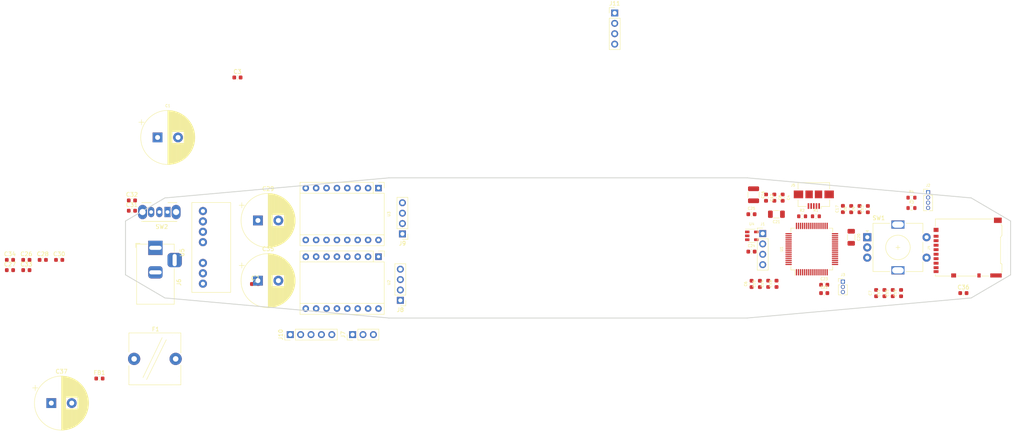
<source format=kicad_pcb>
(kicad_pcb (version 20210722) (generator pcbnew)
  (layers (0 "F.Cu" signal) (31 "B.Cu" signal) (34 "B.Paste" user) (35 "F.Paste" user) (36 "B.SilkS" user "B.Silkscreen") (37 "F.SilkS" user "F.Silkscreen") (38 "B.Mask" user) (39 "F.Mask" user) (44 "Edge.Cuts" user))
  (net 0 "")
  (net 23 "Net-(C2-Pad1)")
  (net 24 "Net-(C20-Pad1)")
  (net 25 "Net-(C21-Pad1)")
  (net 26 "Net-(C26-Pad1)")
  (net 27 "+24V")
  (net 28 "Net-(C30-Pad1)")
  (net 29 "Net-(C32-Pad1)")
  (net 30 "Net-(J1-Pad1)")
  (net 31 "Net-(J1-Pad2)")
  (net 32 "Net-(J3-Pad1)")
  (net 34 "Net-(J3-Pad2)")
  (net 35 "Net-(J4-Pad2)")
  (net 36 "Net-(J4-Pad5)")
  (net 37 "Net-(J4-Pad7)")
  (net 38 "Net-(J4-Pad8)")
  (net 39 "Net-(R1-Pad1)")
  (net 40 "Net-(R2-Pad1)")
  (net 41 "Net-(R3-Pad1)")
  (net 42 "Net-(R4-Pad1)")
  (net 43 "Net-(J8-Pad4)")
  (net 44 "Net-(J8-Pad3)")
  (net 45 "Net-(J8-Pad2)")
  (net 46 "Net-(J8-Pad1)")
  (net 47 "/Motors/mosiMotor")
  (net 49 "/Motors/nssMotor2")
  (net 50 "/Motors/misoMotor")
  (net 51 "VDD")
  (net 52 "GND")
  (net 53 "Net-(J9-Pad4)")
  (net 54 "+5V")
  (net 55 "Net-(J2-Pad2)")
  (net 56 "Net-(J2-Pad4)")
  (net 66 "Net-(J5-Pad3)")
  (net 67 "Net-(J5-Pad2)")
  (net 69 "Net-(J9-Pad3)")
  (net 70 "Net-(J9-Pad2)")
  (net 71 "Net-(J9-Pad1)")
  (net 76 "/Motors/nssMotor1")
  (net 77 "/sckMotor")
  (net 78 "/dir2")
  (net 79 "/step2")
  (net 80 "/enable2")
  (net 81 "/enable1")
  (net 82 "/step1")
  (net 83 "/dir1")
  (net 84 "Net-(U1-Pad24)")
  (net 85 "Net-(U1-Pad25)")
  (net 86 "/switchEnter")
  (net 88 "/servo")
  (net 93 "Net-(C37-Pad1)")
  (net 94 "Net-(FB1-Pad1)")
  (net 95 "Net-(J6-Pad1)")
  (net 96 "/limitL")
  (net 97 "/limitR")
  (net 98 "/limitT")
  (net 99 "/limitB")
  (footprint "Capacitor_SMD:C_0603_1608Metric" (layer "F.Cu") (at 54.766 90.098)
    (fp_text reference "C32" (at 0 -1.43) (layer "F.SilkS"))
    (fp_text value "100nF")
    (pad "1" smd roundrect locked (at -0.775 0) (size 0.9 0.95) (layers "F.Cu" "F.Paste" "F.Mask") (net 29 "Net-(C32-Pad1)"))
    (pad "2" smd roundrect locked (at 0.775 0) (size 0.9 0.95) (layers "F.Cu" "F.Paste" "F.Mask") (net 27 "+24V"))
  )
  (footprint "Capacitor_THT:CP_Radial_D13.0mm_P5.00mm" (layer "F.Cu") (at 85.568785 94.996)
    (fp_text reference "C29" (at 2.5 -7.75) (layer "F.SilkS"))
    (fp_text value "CP")
    (pad "1" thru_hole rect locked (at 0 0) (size 2.4 2.4) (drill 1.2) (layers *.Cu *.Mask) (net 26 "Net-(C26-Pad1)"))
    (pad "2" thru_hole circle locked (at 5 0) (size 2.4 2.4) (drill 1.2) (layers *.Cu *.Mask) (net 27 "+24V"))
  )
  (footprint "Capacitor_SMD:C_0603_1608Metric" (layer "F.Cu") (at 212.37 110.503 90)
    (fp_text reference "C18" (at 0 -1.43 90) (layer "F.SilkS") (effects (font (size 0.635 0.635) (thickness 0.1016))))
    (fp_text value "100nF")
    (pad "1" smd roundrect locked (at -0.775 0 90) (size 0.9 0.95) (layers "F.Cu" "F.Paste" "F.Mask") (net 51 "VDD"))
    (pad "2" smd roundrect locked (at 0.775 0 90) (size 0.9 0.95) (layers "F.Cu" "F.Paste" "F.Mask") (net 52 "GND"))
  )
  (footprint "Resistor_SMD:R_0603_1608Metric" (layer "F.Cu") (at 245.364 91.948)
    (fp_text reference "R3" (at 0 -1.43) (layer "F.SilkS") (effects (font (size 0.635 0.635) (thickness 0.1016))))
    (fp_text value "22R")
    (pad "1" smd roundrect locked (at -0.825 0) (size 0.8 0.95) (layers "F.Cu" "F.Paste" "F.Mask") (net 41 "Net-(R3-Pad1)"))
    (pad "2" smd roundrect locked (at 0.825 0) (size 0.8 0.95) (layers "F.Cu" "F.Paste" "F.Mask") (net 56 "Net-(J2-Pad4)"))
  )
  (footprint "Connector_PinHeader_1.27mm:PinHeader_1x03_P1.27mm_Vertical" (layer "F.Cu") (at 228.6 109.977)
    (fp_text reference "J3" (at 0 -1.695) (layer "F.SilkS") (effects (font (size 0.635 0.635) (thickness 0.1016))))
    (fp_text value "Console")
    (pad "1" thru_hole rect locked (at 0 0) (size 1 1) (drill 0.65) (layers *.Cu *.Mask) (net 32 "Net-(J3-Pad1)"))
    (pad "2" thru_hole oval locked (at 0 1.27) (size 1 1) (drill 0.65) (layers *.Cu *.Mask) (net 34 "Net-(J3-Pad2)"))
    (pad "3" thru_hole oval locked (at 0 2.54) (size 1 1) (drill 0.65) (layers *.Cu *.Mask) (net 52 "GND"))
  )
  (footprint "Capacitor_SMD:C_0603_1608Metric" (layer "F.Cu") (at 234.696 92.215 90)
    (fp_text reference "C13" (at 0 -1.43 90) (layer "F.SilkS") (effects (font (size 0.635 0.635) (thickness 0.1016))))
    (fp_text value "100nF")
    (pad "1" smd roundrect locked (at -0.775 0 90) (size 0.9 0.95) (layers "F.Cu" "F.Paste" "F.Mask") (net 51 "VDD"))
    (pad "2" smd roundrect locked (at 0.775 0 90) (size 0.9 0.95) (layers "F.Cu" "F.Paste" "F.Mask") (net 52 "GND"))
  )
  (footprint "Inductor_SMD:L_0603_1608Metric" (layer "F.Cu") (at 46.822431 133.68)
    (fp_text reference "FB1" (at 0 -1.43) (layer "F.SilkS"))
    (fp_text value "Ferrite_Bead")
    (pad "1" smd roundrect locked (at -0.7875 0) (size 0.875 0.95) (layers "F.Cu" "F.Paste" "F.Mask") (net 94 "Net-(FB1-Pad1)"))
    (pad "2" smd roundrect locked (at 0.7875 0) (size 0.875 0.95) (layers "F.Cu" "F.Paste" "F.Mask") (net 54 "+5V"))
  )
  (footprint "Capacitor_SMD:C_0603_1608Metric" (layer "F.Cu") (at 213.868 89.408 -90)
    (fp_text reference "C4" (at 0 -1.43 90) (layer "F.SilkS") (effects (font (size 0.635 0.635) (thickness 0.1016))))
    (fp_text value "100nF")
    (pad "1" smd roundrect locked (at -0.775 0 270) (size 0.9 0.95) (layers "F.Cu" "F.Paste" "F.Mask") (net 51 "VDD"))
    (pad "2" smd roundrect locked (at 0.775 0 270) (size 0.9 0.95) (layers "F.Cu" "F.Paste" "F.Mask") (net 52 "GND"))
  )
  (footprint "Button_Switch_THT:SW_CuK_OS102011MA1QN1_SPDT_Angled" (layer "F.Cu") (at 63.468 92.932 180)
    (fp_text reference "SW2" (at 1.4 -3.6) (layer "F.SilkS"))
    (fp_text value "SW_SPDT")
    (pad "" thru_hole oval locked (at 6.1 0 180) (size 2.2 3.5) (drill 1.5) (layers *.Cu *.Mask))
    (pad "" thru_hole oval locked (at -2.1 0 180) (size 2.2 3.5) (drill 1.5) (layers *.Cu *.Mask))
    (pad "1" thru_hole rect locked (at 0 0 180) (size 1.5 2.5) (drill 0.9) (layers *.Cu *.Mask) (net 27 "+24V"))
    (pad "2" thru_hole oval locked (at 2 0 180) (size 1.5 2.5) (drill 0.9) (layers *.Cu *.Mask) (net 95 "Net-(J6-Pad1)"))
    (pad "3" thru_hole oval locked (at 4 0 180) (size 1.5 2.5) (drill 0.9) (layers *.Cu *.Mask))
  )
  (footprint "Resistor_SMD:R_0603_1608Metric" (layer "F.Cu") (at 221.996 93.98)
    (fp_text reference "R1" (at 0 -1.43) (layer "F.SilkS") (effects (font (size 0.635 0.635) (thickness 0.1016))))
    (fp_text value "22R")
    (pad "1" smd roundrect locked (at -0.825 0) (size 0.8 0.95) (layers "F.Cu" "F.Paste" "F.Mask") (net 39 "Net-(R1-Pad1)"))
    (pad "2" smd roundrect locked (at 0.825 0) (size 0.8 0.95) (layers "F.Cu" "F.Paste" "F.Mask") (net 67 "Net-(J5-Pad2)"))
  )
  (footprint "Capacitor_SMD:C_0603_1608Metric" (layer "F.Cu") (at 242.824 112.776 90)
    (fp_text reference "C19" (at 0 -1.43 90) (layer "F.SilkS") (effects (font (size 0.635 0.635) (thickness 0.1016))))
    (fp_text value "100nF")
    (pad "1" smd roundrect locked (at -0.775 0 90) (size 0.9 0.95) (layers "F.Cu" "F.Paste" "F.Mask") (net 51 "VDD"))
    (pad "2" smd roundrect locked (at 0.775 0 90) (size 0.9 0.95) (layers "F.Cu" "F.Paste" "F.Mask") (net 52 "GND"))
  )
  (footprint "Capacitor_SMD:C_0603_1608Metric" (layer "F.Cu") (at 224.028 110.744)
    (fp_text reference "C23" (at 0 -1.43) (layer "F.SilkS") (effects (font (size 0.635 0.635) (thickness 0.1016))))
    (fp_text value "1µF")
    (pad "1" smd roundrect locked (at -0.775 0) (size 0.9 0.95) (layers "F.Cu" "F.Paste" "F.Mask") (net 51 "VDD"))
    (pad "2" smd roundrect locked (at 0.775 0) (size 0.9 0.95) (layers "F.Cu" "F.Paste" "F.Mask") (net 52 "GND"))
  )
  (footprint "Capacitor_SMD:C_0603_1608Metric" (layer "F.Cu") (at 206.248 93.472)
    (fp_text reference "C25" (at 0 -1.43) (layer "F.SilkS") (effects (font (size 0.635 0.635) (thickness 0.1016))))
    (fp_text value "1µF")
    (pad "1" smd roundrect locked (at -0.775 0) (size 0.9 0.95) (layers "F.Cu" "F.Paste" "F.Mask") (net 51 "VDD"))
    (pad "2" smd roundrect locked (at 0.775 0) (size 0.9 0.95) (layers "F.Cu" "F.Paste" "F.Mask") (net 52 "GND"))
  )
  (footprint "Capacitor_THT:CP_Radial_D13.0mm_P5.00mm" (layer "F.Cu") (at 35.052 139.7)
    (fp_text reference "C37" (at 2.5 -7.75) (layer "F.SilkS"))
    (fp_text value "330µF, 50V")
    (pad "1" thru_hole rect locked (at 0 0) (size 2.4 2.4) (drill 1.2) (layers *.Cu *.Mask) (net 93 "Net-(C37-Pad1)"))
    (pad "2" thru_hole circle locked (at 5 0) (size 2.4 2.4) (drill 1.2) (layers *.Cu *.Mask) (net 52 "GND"))
  )
  (footprint "Rotary_Encoder:RotaryEncoder_Alps_EC11E-Switch_Vertical_H20mm" (layer "F.Cu") (at 234.558 99.1)
    (fp_text reference "SW1" (at 2.8 -4.7) (layer "F.SilkS"))
    (fp_text value "Rotary_Encoder_Switch")
    (pad "A" thru_hole rect locked (at 0 0) (size 2 2) (drill 1) (layers *.Cu *.Mask) (net 84 "Net-(U1-Pad24)"))
    (pad "B" thru_hole circle locked (at 0 5) (size 2 2) (drill 1) (layers *.Cu *.Mask) (net 85 "Net-(U1-Pad25)"))
    (pad "C" thru_hole circle locked (at 0 2.5) (size 2 2) (drill 1) (layers *.Cu *.Mask))
    (pad "MP" thru_hole rect locked (at 7.5 8.1) (size 3.2 2) (drill oval 2.8 1.5) (layers *.Cu *.Mask))
    (pad "MP" thru_hole rect locked (at 7.5 -3.1) (size 3.2 2) (drill oval 2.8 1.5) (layers *.Cu *.Mask))
    (pad "S1" thru_hole circle locked (at 14.5 5) (size 2 2) (drill 1) (layers *.Cu *.Mask) (net 86 "/switchEnter"))
    (pad "S2" thru_hole circle locked (at 14.5 0) (size 2 2) (drill 1) (layers *.Cu *.Mask) (net 52 "GND"))
  )
  (footprint "Capacitor_SMD:C_0603_1608Metric" (layer "F.Cu") (at 24.946 107.158)
    (fp_text reference "C27" (at 0 -1.43) (layer "F.SilkS"))
    (fp_text value "100nF")
    (pad "1" smd roundrect locked (at -0.775 0) (size 0.9 0.95) (layers "F.Cu" "F.Paste" "F.Mask") (net 26 "Net-(C26-Pad1)"))
    (pad "2" smd roundrect locked (at 0.775 0) (size 0.9 0.95) (layers "F.Cu" "F.Paste" "F.Mask") (net 27 "+24V"))
  )
  (footprint "Module:Pololu_Breakout-16_15.2x20.3mm" (layer "F.Cu") (at 115.05 87.07 -90)
    (fp_text reference "U3" (at 6.35 -2.54 90) (layer "F.SilkS") (effects (font (size 0.635 0.635) (thickness 0.1016))))
    (fp_text value "bigtreetech-tmc2130")
    (pad "1" thru_hole rect locked (at 0 0 270) (size 1.6 1.6) (drill 0.8) (layers *.Cu *.Mask) (net 52 "GND"))
    (pad "2" thru_hole oval locked (at 0 2.54 270) (size 1.6 1.6) (drill 0.8) (layers *.Cu *.Mask) (net 51 "VDD"))
    (pad "3" thru_hole oval locked (at 0 5.08 270) (size 1.6 1.6) (drill 0.8) (layers *.Cu *.Mask) (net 53 "Net-(J9-Pad4)"))
    (pad "4" thru_hole oval locked (at 0 7.62 270) (size 1.6 1.6) (drill 0.8) (layers *.Cu *.Mask) (net 69 "Net-(J9-Pad3)"))
    (pad "5" thru_hole oval locked (at 0 10.16 270) (size 1.6 1.6) (drill 0.8) (layers *.Cu *.Mask) (net 70 "Net-(J9-Pad2)"))
    (pad "6" thru_hole oval locked (at 0 12.7 270) (size 1.6 1.6) (drill 0.8) (layers *.Cu *.Mask) (net 71 "Net-(J9-Pad1)"))
    (pad "7" thru_hole oval locked (at 0 15.24 270) (size 1.6 1.6) (drill 0.8) (layers *.Cu *.Mask) (net 52 "GND"))
    (pad "8" thru_hole oval locked (at 0 17.78 270) (size 1.6 1.6) (drill 0.8) (layers *.Cu *.Mask) (net 27 "+24V"))
    (pad "9" thru_hole oval locked (at 12.7 17.78 270) (size 1.6 1.6) (drill 0.8) (layers *.Cu *.Mask) (net 81 "/enable1"))
    (pad "10" thru_hole oval locked (at 12.7 15.24 270) (size 1.6 1.6) (drill 0.8) (layers *.Cu *.Mask) (net 47 "/Motors/mosiMotor"))
    (pad "11" thru_hole oval locked (at 12.7 12.7 270) (size 1.6 1.6) (drill 0.8) (layers *.Cu *.Mask) (net 77 "/sckMotor"))
    (pad "12" thru_hole oval locked (at 12.7 10.16 270) (size 1.6 1.6) (drill 0.8) (layers *.Cu *.Mask) (net 76 "/Motors/nssMotor1"))
    (pad "13" thru_hole oval locked (at 12.7 7.62 270) (size 1.6 1.6) (drill 0.8) (layers *.Cu *.Mask) (net 50 "/Motors/misoMotor"))
    (pad "14" thru_hole oval locked (at 12.7 5.08 270) (size 1.6 1.6) (drill 0.8) (layers *.Cu *.Mask))
    (pad "15" thru_hole oval locked (at 12.7 2.54 270) (size 1.6 1.6) (drill 0.8) (layers *.Cu *.Mask) (net 82 "/step1"))
    (pad "16" thru_hole oval locked (at 12.7 0 270) (size 1.6 1.6) (drill 0.8) (layers *.Cu *.Mask) (net 83 "/dir1"))
  )
  (footprint "Capacitor_SMD:C_0603_1608Metric" (layer "F.Cu") (at 80.566323 60)
    (fp_text reference "C3" (at 0 -1.43) (layer "F.SilkS"))
    (fp_text value "100nF")
    (pad "1" smd roundrect locked (at -0.775 0) (size 0.9 0.95) (layers "F.Cu" "F.Paste" "F.Mask") (net 23 "Net-(C2-Pad1)"))
    (pad "2" smd roundrect locked (at 0.775 0) (size 0.9 0.95) (layers "F.Cu" "F.Paste" "F.Mask") (net 51 "VDD"))
  )
  (footprint "Package_TO_SOT_SMD:SOT-23-5" (layer "F.Cu") (at 206.316 98.754)
    (fp_text reference "U4" (at 0 -2.9) (layer "F.SilkS") (effects (font (size 0.635 0.635) (thickness 0.1016))))
    (fp_text value "MIC5504-3.3YM5")
    (pad "1" smd rect locked (at -1.1 -0.95) (size 1.06 0.65) (layers "F.Cu" "F.Paste" "F.Mask") (net 54 "+5V"))
    (pad "2" smd rect locked (at -1.1 0) (size 1.06 0.65) (layers "F.Cu" "F.Paste" "F.Mask") (net 52 "GND"))
    (pad "3" smd rect locked (at -1.1 0.95) (size 1.06 0.65) (layers "F.Cu" "F.Paste" "F.Mask") (net 54 "+5V"))
    (pad "4" smd rect locked (at 1.1 0.95) (size 1.06 0.65) (layers "F.Cu" "F.Paste" "F.Mask"))
    (pad "5" smd rect locked (at 1.1 -0.95) (size 1.06 0.65) (layers "F.Cu" "F.Paste" "F.Mask") (net 51 "VDD"))
  )
  (footprint "Capacitor_SMD:C_0603_1608Metric" (layer "F.Cu") (at 24.946 104.648)
    (fp_text reference "C34" (at 0 -1.43) (layer "F.SilkS"))
    (fp_text value "100nF")
    (pad "1" smd roundrect locked (at -0.775 0) (size 0.9 0.95) (layers "F.Cu" "F.Paste" "F.Mask") (net 29 "Net-(C32-Pad1)"))
    (pad "2" smd roundrect locked (at 0.775 0) (size 0.9 0.95) (layers "F.Cu" "F.Paste" "F.Mask") (net 27 "+24V"))
  )
  (footprint "iwasz:MPRB2405S-6W" (layer "F.Cu") (at 72.128 102.85 90)
    (fp_text reference "U5" (at 0 -5.08 90 unlocked) (layer "F.SilkS"))
    (fp_text value "MPRB2405S-6W")
    (pad "1" thru_hole circle (at -7.62 0 90) (size 2 2) (drill 1) (layers *.Cu *.Mask) (net 52 "GND"))
    (pad "2" thru_hole circle (at -5.08 0 90) (size 2 2) (drill 1) (layers *.Cu *.Mask) (net 93 "Net-(C37-Pad1)"))
    (pad "3" thru_hole circle (at -2.54 0 90) (size 2 2) (drill 1) (layers *.Cu *.Mask))
    (pad "5" thru_hole circle (at 2.54 0 90) (size 2 2) (drill 1) (layers *.Cu *.Mask))
    (pad "6" thru_hole circle (at 5.08 0 90) (size 2 2) (drill 1) (layers *.Cu *.Mask) (net 94 "Net-(FB1-Pad1)"))
    (pad "7" thru_hole circle (at 7.62 0 90) (size 2 2) (drill 1) (layers *.Cu *.Mask) (net 52 "GND"))
    (pad "8" thru_hole circle (at 10.16 0 90) (size 2 2) (drill 1) (layers *.Cu *.Mask))
  )
  (footprint "Capacitor_SMD:C_0603_1608Metric" (layer "F.Cu") (at 32.966 104.648)
    (fp_text reference "C28" (at 0 -1.43) (layer "F.SilkS"))
    (fp_text value "100nF")
    (pad "1" smd roundrect locked (at -0.775 0) (size 0.9 0.95) (layers "F.Cu" "F.Paste" "F.Mask") (net 26 "Net-(C26-Pad1)"))
    (pad "2" smd roundrect locked (at 0.775 0) (size 0.9 0.95) (layers "F.Cu" "F.Paste" "F.Mask") (net 27 "+24V"))
  )
  (footprint "Capacitor_SMD:C_0603_1608Metric" (layer "F.Cu") (at 84.868785 110.55)
    (fp_text reference "C2" (at 0 -1.43) (layer "F.SilkS"))
    (fp_text value "100nF")
    (pad "1" smd roundrect locked (at -0.775 0) (size 0.9 0.95) (layers "F.Cu" "F.Paste" "F.Mask") (net 23 "Net-(C2-Pad1)"))
    (pad "2" smd roundrect locked (at 0.775 0) (size 0.9 0.95) (layers "F.Cu" "F.Paste" "F.Mask") (net 51 "VDD"))
  )
  (footprint "Connector_PinHeader_1.27mm:PinHeader_1x04_P1.27mm_Vertical" (layer "F.Cu") (at 249.428 88.1)
    (fp_text reference "J2" (at 0 -1.695) (layer "F.SilkS") (effects (font (size 0.635 0.635) (thickness 0.1016))))
    (fp_text value "SWD")
    (pad "1" thru_hole rect locked (at 0 0) (size 1 1) (drill 0.65) (layers *.Cu *.Mask) (net 51 "VDD"))
    (pad "2" thru_hole oval locked (at 0 1.27) (size 1 1) (drill 0.65) (layers *.Cu *.Mask) (net 55 "Net-(J2-Pad2)"))
    (pad "3" thru_hole oval locked (at 0 2.54) (size 1 1) (drill 0.65) (layers *.Cu *.Mask) (net 52 "GND"))
    (pad "4" thru_hole oval locked (at 0 3.81) (size 1 1) (drill 0.65) (layers *.Cu *.Mask) (net 56 "Net-(J2-Pad4)"))
  )
  (footprint "Connector_USB:USB_Micro-B_Amphenol_10104110_Horizontal" (layer "F.Cu") (at 221.488 89.916 180)
    (fp_text reference "J5" (at 5.08 3.556) (layer "F.SilkS") (effects (font (size 0.635 0.635) (thickness 0.1016))))
    (fp_text value "USB_B_Micro")
    (pad "1" smd rect locked (at -1.3 -1.55 180) (size 0.4 1.4) (layers "F.Cu" "F.Paste" "F.Mask"))
    (pad "2" smd rect locked (at -0.65 -1.55 180) (size 0.4 1.4) (layers "F.Cu" "F.Paste" "F.Mask") (net 67 "Net-(J5-Pad2)"))
    (pad "3" smd rect locked (at 0 -1.55 180) (size 0.4 1.4) (layers "F.Cu" "F.Paste" "F.Mask") (net 66 "Net-(J5-Pad3)"))
    (pad "4" smd rect locked (at 0.65 -1.55 180) (size 0.4 1.4) (layers "F.Cu" "F.Paste" "F.Mask"))
    (pad "5" smd rect locked (at 1.3 -1.55 180) (size 0.4 1.4) (layers "F.Cu" "F.Paste" "F.Mask") (net 52 "GND"))
    (pad "6" smd rect locked (at 3.75 1.3 180) (size 2.3 1.9) (layers "F.Cu" "F.Paste" "F.Mask"))
    (pad "6" smd rect locked (at -3.75 1.3 180) (size 2.3 1.9) (layers "F.Cu" "F.Paste" "F.Mask"))
    (pad "6" smd rect locked (at -1.15 1.3 180) (size 1.8 1.9) (layers "F.Cu" "F.Paste" "F.Mask"))
    (pad "6" smd rect locked (at 1.15 1.3 180) (size 1.8 1.9) (layers "F.Cu" "F.Paste" "F.Mask"))
  )
  (footprint "Resistor_SMD:R_0603_1608Metric" (layer "F.Cu") (at 218.631 93.98)
    (fp_text reference "R2" (at 0 -1.43) (layer "F.SilkS") (effects (font (size 0.635 0.635) (thickness 0.1016))))
    (fp_text value "22R")
    (pad "1" smd roundrect locked (at -0.825 0) (size 0.8 0.95) (layers "F.Cu" "F.Paste" "F.Mask") (net 40 "Net-(R2-Pad1)"))
    (pad "2" smd roundrect locked (at 0.825 0) (size 0.8 0.95) (layers "F.Cu" "F.Paste" "F.Mask") (net 66 "Net-(J5-Pad3)"))
  )
  (footprint "Capacitor_SMD:C_0603_1608Metric" (layer "F.Cu") (at 208.306 110.529 90)
    (fp_text reference "C10" (at 0 -1.43 90) (layer "F.SilkS") (effects (font (size 0.635 0.635) (thickness 0.1016))))
    (fp_text value "100nF")
    (pad "1" smd roundrect locked (at -0.775 0 90) (size 0.9 0.95) (layers "F.Cu" "F.Paste" "F.Mask") (net 51 "VDD"))
    (pad "2" smd roundrect locked (at 0.775 0 90) (size 0.9 0.95) (layers "F.Cu" "F.Paste" "F.Mask") (net 52 "GND"))
  )
  (footprint "Connector_PinHeader_2.54mm:PinHeader_1x04_P2.54mm_Vertical" (layer "F.Cu") (at 209 98.2)
    (fp_text reference "J1" (at 0 -2.33) (layer "F.SilkS") (effects (font (size 0.635 0.635) (thickness 0.1016))))
    (fp_text value "SH 1106 Display")
    (pad "1" thru_hole rect locked (at 0 0) (size 1.7 1.7) (drill 1) (layers *.Cu *.Mask) (net 30 "Net-(J1-Pad1)"))
    (pad "2" thru_hole oval locked (at 0 2.54) (size 1.7 1.7) (drill 1) (layers *.Cu *.Mask) (net 31 "Net-(J1-Pad2)"))
    (pad "3" thru_hole oval locked (at 0 5.08) (size 1.7 1.7) (drill 1) (layers *.Cu *.Mask) (net 52 "GND"))
    (pad "4" thru_hole oval locked (at 0 7.62) (size 1.7 1.7) (drill 1) (layers *.Cu *.Mask) (net 51 "VDD"))
  )
  (footprint "Capacitor_THT:CP_Radial_D13.0mm_P5.00mm" (layer "F.Cu") (at 61.04 74.676)
    (fp_text reference "C1" (at 2.5 -7.75) (layer "F.SilkS") (effects (font (size 0.635 0.635) (thickness 0.1016))))
    (fp_text value "CP")
    (pad "1" thru_hole rect locked (at 0 0) (size 2.4 2.4) (drill 1.2) (layers *.Cu *.Mask) (net 54 "+5V"))
    (pad "2" thru_hole circle locked (at 5 0) (size 2.4 2.4) (drill 1.2) (layers *.Cu *.Mask) (net 52 "GND"))
  )
  (footprint "Capacitor_SMD:C_0603_1608Metric" (layer "F.Cu") (at 28.956 107.158)
    (fp_text reference "C33" (at 0 -1.43) (layer "F.SilkS"))
    (fp_text value "100nF")
    (pad "1" smd roundrect locked (at -0.775 0) (size 0.9 0.95) (layers "F.Cu" "F.Paste" "F.Mask") (net 29 "Net-(C32-Pad1)"))
    (pad "2" smd roundrect locked (at 0.775 0) (size 0.9 0.95) (layers "F.Cu" "F.Paste" "F.Mask") (net 27 "+24V"))
  )
  (footprint "Module:Pololu_Breakout-16_15.2x20.3mm" (layer "F.Cu") (at 115.05 103.86 -90)
    (fp_text reference "U2" (at 6.35 -2.54 90) (layer "F.SilkS") (effects (font (size 0.635 0.635) (thickness 0.1016))))
    (fp_text value "bigtreetech-tmc2130")
    (pad "1" thru_hole rect locked (at 0 0 270) (size 1.6 1.6) (drill 0.8) (layers *.Cu *.Mask) (net 52 "GND"))
    (pad "2" thru_hole oval locked (at 0 2.54 270) (size 1.6 1.6) (drill 0.8) (layers *.Cu *.Mask) (net 51 "VDD"))
    (pad "3" thru_hole oval locked (at 0 5.08 270) (size 1.6 1.6) (drill 0.8) (layers *.Cu *.Mask) (net 43 "Net-(J8-Pad4)"))
    (pad "4" thru_hole oval locked (at 0 7.62 270) (size 1.6 1.6) (drill 0.8) (layers *.Cu *.Mask) (net 44 "Net-(J8-Pad3)"))
    (pad "5" thru_hole oval locked (at 0 10.16 270) (size 1.6 1.6) (drill 0.8) (layers *.Cu *.Mask) (net 45 "Net-(J8-Pad2)"))
    (pad "6" thru_hole oval locked (at 0 12.7 270) (size 1.6 1.6) (drill 0.8) (layers *.Cu *.Mask) (net 46 "Net-(J8-Pad1)"))
    (pad "7" thru_hole oval locked (at 0 15.24 270) (size 1.6 1.6) (drill 0.8) (layers *.Cu *.Mask) (net 52 "GND"))
    (pad "8" thru_hole oval locked (at 0 17.78 270) (size 1.6 1.6) (drill 0.8) (layers *.Cu *.Mask) (net 27 "+24V"))
    (pad "9" thru_hole oval locked (at 12.7 17.78 270) (size 1.6 1.6) (drill 0.8) (layers *.Cu *.Mask) (net 80 "/enable2"))
    (pad "10" thru_hole oval locked (at 12.7 15.24 270) (size 1.6 1.6) (drill 0.8) (layers *.Cu *.Mask) (net 47 "/Motors/mosiMotor"))
    (pad "11" thru_hole oval locked (at 12.7 12.7 270) (size 1.6 1.6) (drill 0.8) (layers *.Cu *.Mask) (net 77 "/sckMotor"))
    (pad "12" thru_hole oval locked (at 12.7 10.16 270) (size 1.6 1.6) (drill 0.8) (layers *.Cu *.Mask) (net 49 "/Motors/nssMotor2"))
    (pad "13" thru_hole oval locked (at 12.7 7.62 270) (size 1.6 1.6) (drill 0.8) (layers *.Cu *.Mask) (net 50 "/Motors/misoMotor"))
    (pad "14" thru_hole oval locked (at 12.7 5.08 270) (size 1.6 1.6) (drill 0.8) (layers *.Cu *.Mask))
    (pad "15" thru_hole oval locked (at 12.7 2.54 270) (size 1.6 1.6) (drill 0.8) (layers *.Cu *.Mask) (net 79 "/step2"))
    (pad "16" thru_hole oval locked (at 12.7 0 270) (size 1.6 1.6) (drill 0.8) (layers *.Cu *.Mask) (net 78 "/dir2"))
  )
  (footprint "Capacitor_SMD:C_0603_1608Metric" (layer "F.Cu") (at 28.956 104.648)
    (fp_text reference "C26" (at 0 -1.43) (layer "F.SilkS"))
    (fp_text value "100nF")
    (pad "1" smd roundrect locked (at -0.775 0) (size 0.9 0.95) (layers "F.Cu" "F.Paste" "F.Mask") (net 26 "Net-(C26-Pad1)"))
    (pad "2" smd roundrect locked (at 0.775 0) (size 0.9 0.95) (layers "F.Cu" "F.Paste" "F.Mask") (net 27 "+24V"))
  )
  (footprint "Capacitor_SMD:C_0603_1608Metric" (layer "F.Cu") (at 211.836 89.408 -90)
    (fp_text reference "C8" (at 0 -1.43 90) (layer "F.SilkS") (effects (font (size 0.635 0.635) (thickness 0.1016))))
    (fp_text value "100nF")
    (pad "1" smd roundrect locked (at -0.775 0 270) (size 0.9 0.95) (layers "F.Cu" "F.Paste" "F.Mask") (net 51 "VDD"))
    (pad "2" smd roundrect locked (at 0.775 0 270) (size 0.9 0.95) (layers "F.Cu" "F.Paste" "F.Mask") (net 52 "GND"))
  )
  (footprint "Capacitor_SMD:C_0603_1608Metric" (layer "F.Cu") (at 210.338 110.503 90)
    (fp_text reference "C14" (at 0 -1.43 90) (layer "F.SilkS") (effects (font (size 0.635 0.635) (thickness 0.1016))))
    (fp_text value "100nF")
    (pad "1" smd roundrect locked (at -0.775 0 90) (size 0.9 0.95) (layers "F.Cu" "F.Paste" "F.Mask") (net 51 "VDD"))
    (pad "2" smd roundrect locked (at 0.775 0 90) (size 0.9 0.95) (layers "F.Cu" "F.Paste" "F.Mask") (net 52 "GND"))
  )
  (footprint "Capacitor_SMD:C_0603_1608Metric" (layer "F.Cu") (at 240.792 112.776 90)
    (fp_text reference "C15" (at 0 -1.43 90) (layer "F.SilkS") (effects (font (size 0.635 0.635) (thickness 0.1016))))
    (fp_text value "100nF")
    (pad "1" smd roundrect locked (at -0.775 0 90) (size 0.9 0.95) (layers "F.Cu" "F.Paste" "F.Mask") (net 51 "VDD"))
    (pad "2" smd roundrect locked (at 0.775 0 90) (size 0.9 0.95) (layers "F.Cu" "F.Paste" "F.Mask") (net 52 "GND"))
  )
  (footprint "Capacitor_SMD:C_0603_1608Metric" (layer "F.Cu") (at 209.804 89.408 -90)
    (fp_text reference "C12" (at 0 -1.43 90) (layer "F.SilkS") (effects (font (size 0.635 0.635) (thickness 0.1016))))
    (fp_text value "100nF")
    (pad "1" smd roundrect locked (at -0.775 0 270) (size 0.9 0.95) (layers "F.Cu" "F.Paste" "F.Mask") (net 51 "VDD"))
    (pad "2" smd roundrect locked (at 0.775 0 270) (size 0.9 0.95) (layers "F.Cu" "F.Paste" "F.Mask") (net 52 "GND"))
  )
  (footprint "Fuse:Fuseholder_Cylinder-5x20mm_Bulgin_FX0456_Vertical_Closed" (layer "F.Cu") (at 55.302431 128.88)
    (fp_text reference "F1" (at 5.25 -7.25) (layer "F.SilkS"))
    (fp_text value "Fuse")
    (pad "" np_thru_hole circle locked (at 10.08 5) (size 2.2 2.2) (drill 2.2) (layers *.Cu *.Mask))
    (pad "" np_thru_hole circle locked (at 0.08 5) (size 2.2 2.2) (drill 2.2) (layers *.Cu *.Mask))
    (pad "" np_thru_hole circle locked (at 10.08 -5) (size 2.2 2.2) (drill 2.2) (layers *.Cu *.Mask))
    (pad "" np_thru_hole circle locked (at 0.08 -5) (size 2.2 2.2) (drill 2.2) (layers *.Cu *.Mask))
    (pad "1" thru_hole circle locked (at 0 0) (size 3 3) (drill 1.35) (layers *.Cu *.Mask) (net 27 "+24V"))
    (pad "2" thru_hole circle locked (at 10.16 0) (size 3 3) (drill 1.35) (layers *.Cu *.Mask) (net 93 "Net-(C37-Pad1)"))
  )
  (footprint "Connector_PinHeader_2.54mm:PinHeader_1x04_P2.54mm_Vertical" (layer "F.Cu") (at 120.904 98.288 180)
    (fp_text reference "J9" (at 0 -2.33) (layer "F.SilkS"))
    (fp_text value "Motor1")
    (pad "1" thru_hole rect locked (at 0 0 180) (size 1.7 1.7) (drill 1) (layers *.Cu *.Mask) (net 71 "Net-(J9-Pad1)"))
    (pad "2" thru_hole oval locked (at 0 2.54 180) (size 1.7 1.7) (drill 1) (layers *.Cu *.Mask) (net 70 "Net-(J9-Pad2)"))
    (pad "3" thru_hole oval locked (at 0 5.08 180) (size 1.7 1.7) (drill 1) (layers *.Cu *.Mask) (net 69 "Net-(J9-Pad3)"))
    (pad "4" thru_hole oval locked (at 0 7.62 180) (size 1.7 1.7) (drill 1) (layers *.Cu *.Mask) (net 53 "Net-(J9-Pad4)"))
  )
  (footprint "Capacitor_SMD:C_0603_1608Metric" (layer "F.Cu") (at 236.728 112.776 90)
    (fp_text reference "C7" (at 0 -1.43 90) (layer "F.SilkS") (effects (font (size 0.635 0.635) (thickness 0.1016))))
    (fp_text value "100nF")
    (pad "1" smd roundrect locked (at -0.775 0 90) (size 0.9 0.95) (layers "F.Cu" "F.Paste" "F.Mask") (net 51 "VDD"))
    (pad "2" smd roundrect locked (at 0.775 0 90) (size 0.9 0.95) (layers "F.Cu" "F.Paste" "F.Mask") (net 52 "GND"))
  )
  (footprint "Resistor_SMD:R_0603_1608Metric" (layer "F.Cu") (at 245.364 89.408)
    (fp_text reference "R4" (at 0 -1.43) (layer "F.SilkS") (effects (font (size 0.635 0.635) (thickness 0.1016))))
    (fp_text value "22R")
    (pad "1" smd roundrect locked (at -0.825 0) (size 0.8 0.95) (layers "F.Cu" "F.Paste" "F.Mask") (net 42 "Net-(R4-Pad1)"))
    (pad "2" smd roundrect locked (at 0.825 0) (size 0.8 0.95) (layers "F.Cu" "F.Paste" "F.Mask") (net 55 "Net-(J2-Pad2)"))
  )
  (footprint "Connector_PinHeader_2.54mm:PinHeader_1x04_P2.54mm_Vertical" (layer "F.Cu") (at 120.396 114.544 180)
    (fp_text reference "J8" (at 0 -2.33) (layer "F.SilkS"))
    (fp_text value "Motor2")
    (pad "1" thru_hole rect locked (at 0 0 180) (size 1.7 1.7) (drill 1) (layers *.Cu *.Mask) (net 46 "Net-(J8-Pad1)"))
    (pad "2" thru_hole oval locked (at 0 2.54 180) (size 1.7 1.7) (drill 1) (layers *.Cu *.Mask) (net 45 "Net-(J8-Pad2)"))
    (pad "3" thru_hole oval locked (at 0 5.08 180) (size 1.7 1.7) (drill 1) (layers *.Cu *.Mask) (net 44 "Net-(J8-Pad3)"))
    (pad "4" thru_hole oval locked (at 0 7.62 180) (size 1.7 1.7) (drill 1) (layers *.Cu *.Mask) (net 43 "Net-(J8-Pad4)"))
  )
  (footprint "Capacitor_SMD:C_1206_3216Metric" (layer "F.Cu") (at 212.344 93.472 180)
    (fp_text reference "C21" (at 0 -1.85) (layer "F.SilkS") (effects (font (size 0.635 0.635) (thickness 0.1016))))
    (fp_text value "2.2µF")
    (pad "1" smd roundrect locked (at -1.475 0 180) (size 1.15 1.8) (layers "F.Cu" "F.Paste" "F.Mask") (roundrect_rratio 0.217391) (net 25 "Net-(C21-Pad1)"))
    (pad "2" smd roundrect locked (at 1.475 0 180) (size 1.15 1.8) (layers "F.Cu" "F.Paste" "F.Mask") (roundrect_rratio 0.217391) (net 52 "GND"))
  )
  (footprint "Capacitor_SMD:C_0603_1608Metric" (layer "F.Cu") (at 228.6 92.189 90)
    (fp_text reference "C17" (at 0 -1.43 90) (layer "F.SilkS") (effects (font (size 0.635 0.635) (thickness 0.1016))))
    (fp_text value "100nF")
    (pad "1" smd roundrect locked (at -0.775 0 90) (size 0.9 0.95) (layers "F.Cu" "F.Paste" "F.Mask") (net 51 "VDD"))
    (pad "2" smd roundrect locked (at 0.775 0 90) (size 0.9 0.95) (layers "F.Cu" "F.Paste" "F.Mask") (net 52 "GND"))
  )
  (footprint "Capacitor_SMD:C_0603_1608Metric" (layer "F.Cu") (at 36.976 104.648)
    (fp_text reference "C30" (at 0 -1.43) (layer "F.SilkS"))
    (fp_text value "100nF")
    (pad "1" smd roundrect locked (at -0.775 0) (size 0.9 0.95) (layers "F.Cu" "F.Paste" "F.Mask") (net 28 "Net-(C30-Pad1)"))
    (pad "2" smd roundrect locked (at 0.775 0) (size 0.9 0.95) (layers "F.Cu" "F.Paste" "F.Mask") (net 51 "VDD"))
  )
  (footprint "Capacitor_SMD:C_0603_1608Metric" (layer "F.Cu") (at 238.76 112.776 90)
    (fp_text reference "C11" (at 0 -1.43 90) (layer "F.SilkS") (effects (font (size 0.635 0.635) (thickness 0.1016))))
    (fp_text value "100nF")
    (pad "1" smd roundrect locked (at -0.775 0 90) (size 0.9 0.95) (layers "F.Cu" "F.Paste" "F.Mask") (net 51 "VDD"))
    (pad "2" smd roundrect locked (at 0.775 0 90) (size 0.9 0.95) (layers "F.Cu" "F.Paste" "F.Mask") (net 52 "GND"))
  )
  (footprint "Connector_PinHeader_2.54mm:PinHeader_1x03_P2.54mm_Vertical" (layer "F.Cu") (at 108.727 122.936 90)
    (fp_text reference "J7" (at 0 -2.33 90) (layer "F.SilkS"))
    (fp_text value "Servo")
    (pad "1" thru_hole rect locked (at 0 0 90) (size 1.7 1.7) (drill 1) (layers *.Cu *.Mask) (net 52 "GND"))
    (pad "2" thru_hole oval locked (at 0 2.54 90) (size 1.7 1.7) (drill 1) (layers *.Cu *.Mask) (net 54 "+5V"))
    (pad "3" thru_hole oval locked (at 0 5.08 90) (size 1.7 1.7) (drill 1) (layers *.Cu *.Mask) (net 88 "/servo"))
  )
  (footprint "Capacitor_SMD:C_0603_1608Metric" (layer "F.Cu") (at 206.274 110.529 90)
    (fp_text reference "C6" (at 0 -1.43 90) (layer "F.SilkS") (effects (font (size 0.635 0.635) (thickness 0.1016))))
    (fp_text value "100nF")
    (pad "1" smd roundrect locked (at -0.775 0 90) (size 0.9 0.95) (layers "F.Cu" "F.Paste" "F.Mask") (net 51 "VDD"))
    (pad "2" smd roundrect locked (at 0.775 0 90) (size 0.9 0.95) (layers "F.Cu" "F.Paste" "F.Mask") (net 52 "GND"))
  )
  (footprint "Connector_BarrelJack:BarrelJack_Horizontal" (layer "F.Cu") (at 60.5105 101.696 90)
    (fp_text reference "J6" (at -8.45 5.75 90) (layer "F.SilkS"))
    (fp_text value "Barrel_Jack_Switch")
    (pad "1" thru_hole rect locked (at 0 0 90) (size 3.5 3.5) (drill oval 1 3) (layers *.Cu *.Mask) (net 95 "Net-(J6-Pad1)"))
    (pad "2" thru_hole roundrect locked (at -6 0 90) (size 3 3.5) (drill oval 1 3) (layers *.Cu *.Mask) (net 52 "GND"))
    (pad "3" thru_hole roundrect locked (at -3 4.7 90) (size 3.5 3.5) (drill oval 3 1) (layers *.Cu *.Mask))
  )
  (footprint "Capacitor_SMD:C_0603_1608Metric" (layer "F.Cu") (at 232.664 92.215 90)
    (fp_text reference "C9" (at 0 -1.43 90) (layer "F.SilkS") (effects (font (size 0.635 0.635) (thickness 0.1016))))
    (fp_text value "100nF")
    (pad "1" smd roundrect locked (at -0.775 0 90) (size 0.9 0.95) (layers "F.Cu" "F.Paste" "F.Mask") (net 51 "VDD"))
    (pad "2" smd roundrect locked (at 0.775 0 90) (size 0.9 0.95) (layers "F.Cu" "F.Paste" "F.Mask") (net 52 "GND"))
  )
  (footprint "Capacitor_SMD:C_0603_1608Metric" (layer "F.Cu") (at 258.064 112.776)
    (fp_text reference "C36" (at 0 -1.43) (layer "F.SilkS"))
    (fp_text value "100nF")
    (pad "1" smd roundrect locked (at -0.775 0) (size 0.9 0.95) (layers "F.Cu" "F.Paste" "F.Mask"))
    (pad "2" smd roundrect locked (at 0.775 0) (size 0.9 0.95) (layers "F.Cu" "F.Paste" "F.Mask"))
  )
  (footprint "Capacitor_THT:CP_Radial_D13.0mm_P5.00mm" (layer "F.Cu") (at 85.568785 109.728)
    (fp_text reference "C35" (at 2.5 -7.75) (layer "F.SilkS"))
    (fp_text value "CP")
    (pad "1" thru_hole rect locked (at 0 0) (size 2.4 2.4) (drill 1.2) (layers *.Cu *.Mask) (net 29 "Net-(C32-Pad1)"))
    (pad "2" thru_hole circle locked (at 5 0) (size 2.4 2.4) (drill 1.2) (layers *.Cu *.Mask) (net 27 "+24V"))
  )
  (footprint "Capacitor_SMD:C_0603_1608Metric" (layer "F.Cu") (at 54.766 92.608)
    (fp_text reference "C31" (at 0 -1.43) (layer "F.SilkS"))
    (fp_text value "100nF")
    (pad "1" smd roundrect locked (at -0.775 0) (size 0.9 0.95) (layers "F.Cu" "F.Paste" "F.Mask") (net 28 "Net-(C30-Pad1)"))
    (pad "2" smd roundrect locked (at 0.775 0) (size 0.9 0.95) (layers "F.Cu" "F.Paste" "F.Mask") (net 51 "VDD"))
  )
  (footprint "Package_QFP:LQFP-64_10x10mm_P0.5mm" (layer "F.Cu") (at 221 102 90)
    (fp_text reference "U1" (at 0 -7.4 90) (layer "F.SilkS") (effects (font (size 0.635 0.635) (thickness 0.1016))))
    (fp_text value "STM32F405RGTx")
    (pad "1" smd roundrect locked (at -5.675 -3.75 90) (size 1.55 0.3) (layers "F.Cu" "F.Paste" "F.Mask") (net 51 "VDD"))
    (pad "2" smd roundrect locked (at -5.675 -3.25 90) (size 1.55 0.3) (layers "F.Cu" "F.Paste" "F.Mask") (net 78 "/dir2"))
    (pad "3" smd roundrect locked (at -5.675 -2.75 90) (size 1.55 0.3) (layers "F.Cu" "F.Paste" "F.Mask") (net 79 "/step2"))
    (pad "4" smd roundrect locked (at -5.675 -2.25 90) (size 1.55 0.3) (layers "F.Cu" "F.Paste" "F.Mask") (net 80 "/enable2"))
    (pad "5" smd roundrect locked (at -5.675 -1.75 90) (size 1.55 0.3) (layers "F.Cu" "F.Paste" "F.Mask"))
    (pad "6" smd roundrect locked (at -5.675 -1.25 90) (size 1.55 0.3) (layers "F.Cu" "F.Paste" "F.Mask"))
    (pad "7" smd roundrect locked (at -5.675 -0.75 90) (size 1.55 0.3) (layers "F.Cu" "F.Paste" "F.Mask"))
    (pad "8" smd roundrect locked (at -5.675 -0.25 90) (size 1.55 0.3) (layers "F.Cu" "F.Paste" "F.Mask") (net 76 "/Motors/nssMotor1"))
    (pad "9" smd roundrect locked (at -5.675 0.25 90) (size 1.55 0.3) (layers "F.Cu" "F.Paste" "F.Mask") (net 49 "/Motors/nssMotor2"))
    (pad "10" smd roundrect locked (at -5.675 0.75 90) (size 1.55 0.3) (layers "F.Cu" "F.Paste" "F.Mask") (net 50 "/Motors/misoMotor"))
    (pad "11" smd roundrect locked (at -5.675 1.25 90) (size 1.55 0.3) (layers "F.Cu" "F.Paste" "F.Mask") (net 47 "/Motors/mosiMotor"))
    (pad "12" smd roundrect locked (at -5.675 1.75 90) (size 1.55 0.3) (layers "F.Cu" "F.Paste" "F.Mask") (net 52 "GND"))
    (pad "13" smd roundrect locked (at -5.675 2.25 90) (size 1.55 0.3) (layers "F.Cu" "F.Paste" "F.Mask") (net 51 "VDD"))
    (pad "14" smd roundrect locked (at -5.675 2.75 90) (size 1.55 0.3) (layers "F.Cu" "F.Paste" "F.Mask") (net 96 "/limitL"))
    (pad "15" smd roundrect locked (at -5.675 3.25 90) (size 1.55 0.3) (layers "F.Cu" "F.Paste" "F.Mask") (net 97 "/limitR"))
    (pad "16" smd roundrect locked (at -5.675 3.75 90) (size 1.55 0.3) (layers "F.Cu" "F.Paste" "F.Mask") (net 34 "Net-(J3-Pad2)"))
    (pad "17" smd roundrect locked (at -3.75 5.675 90) (size 0.3 1.55) (layers "F.Cu" "F.Paste" "F.Mask") (net 32 "Net-(J3-Pad1)"))
    (pad "18" smd roundrect locked (at -3.25 5.675 90) (size 0.3 1.55) (layers "F.Cu" "F.Paste" "F.Mask") (net 52 "GND"))
    (pad "19" smd roundrect locked (at -2.75 5.675 90) (size 0.3 1.55) (layers "F.Cu" "F.Paste" "F.Mask") (net 51 "VDD"))
    (pad "20" smd roundrect locked (at -2.25 5.675 90) (size 0.3 1.55) (layers "F.Cu" "F.Paste" "F.Mask") (net 35 "Net-(J4-Pad2)"))
    (pad "21" smd roundrect locked (at -1.75 5.675 90) (size 0.3 1.55) (layers "F.Cu" "F.Paste" "F.Mask") (net 36 "Net-(J4-Pad5)"))
    (pad "22" smd roundrect locked (at -1.25 5.675 90) (size 0.3 1.55) (layers "F.Cu" "F.Paste" "F.Mask") (net 37 "Net-(J4-Pad7)"))
    (pad "23" smd roundrect locked (at -0.75 5.675 90) (size 0.3 1.55) (layers "F.Cu" "F.Paste" "F.Mask") (net 38 "Net-(J4-Pad8)"))
    (pad "24" smd roundrect locked (at -0.25 5.675 90) (size 0.3 1.55) (layers "F.Cu" "F.Paste" "F.Mask") (net 84 "Net-(U1-Pad24)"))
    (pad "25" smd roundrect locked (at 0.25 5.675 90) (size 0.3 1.55) (layers "F.Cu" "F.Paste" "F.Mask") (net 85 "Net-(U1-Pad25)"))
    (pad "26" smd roundrect locked (at 0.75 5.675 90) (size 0.3 1.55) (layers "F.Cu" "F.Paste" "F.Mask") (net 86 "/switchEnter"))
    (pad "27" smd roundrect locked (at 1.25 5.675 90) (size 0.3 1.55) (layers "F.Cu" "F.Paste" "F.Mask") (net 98 "/limitT"))
    (pad "28" smd roundrect locked (at 1.75 5.675 90) (size 0.3 1.55) (layers "F.Cu" "F.Paste" "F.Mask") (net 99 "/limitB"))
    (pad "29" smd roundrect locked (at 2.25 5.675 90) (size 0.3 1.55) (layers "F.Cu" "F.Paste" "F.Mask") (net 77 "/sckMotor"))
    (pad "30" smd roundrect locked (at 2.75 5.675 90) (size 0.3 1.55) (layers "F.Cu" "F.Paste" "F.Mask") (net 88 "/servo"))
    (pad "31" smd roundrect locked (at 3.25 5.675 90) (size 0.3 1.55) (layers "F.Cu" "F.Paste" "F.Mask") (net 24 "Net-(C20-Pad1)"))
    (pad "32" smd roundrect locked (at 3.75 5.675 90) (size 0.3 1.55) (layers "F.Cu" "F.Paste" "F.Mask") (net 51 "VDD"))
    (pad "33" smd roundrect locked (at 5.675 3.75 90) (size 1.55 0.3) (layers "F.Cu" "F.Paste" "F.Mask"))
    (pad "34" smd roundrect locked (at 5.675 3.25 90) (size 1.55 0.3) (layers "F.Cu" "F.Paste" "F.Mask"))
    (pad "35" smd roundrect locked (at 5.675 2.75 90) (size 1.55 0.3) (layers "F.Cu" "F.Paste" "F.Mask"))
    (pad "36" smd roundrect locked (at 5.675 2.25 90) (size 1.55 0.3) (layers "F.Cu" "F.Paste" "F.Mask"))
    (pad "37" smd roundrect locked (at 5.675 1.75 90) (size 1.55 0.3) (layers "F.Cu" "F.Paste" "F.Mask"))
    (pad "38" smd roundrect locked (at 5.675 1.25 90) (size 1.55 0.3) (layers "F.Cu" "F.Paste" "F.Mask"))
    (pad "39" smd roundrect locked (at 5.675 0.75 90) (size 1.55 0.3) (layers "F.Cu" "F.Paste" "F.Mask"))
    (pad "40" smd roundrect locked (at 5.675 0.25 90) (size 1.55 0.3) (layers "F.Cu" "F.Paste" "F.Mask"))
    (pad "41" smd roundrect locked (at 5.675 -0.25 90) (size 1.55 0.3) (layers "F.Cu" "F.Paste" "F.Mask"))
    (pad "42" smd roundrect locked (at 5.675 -0.75 90) (size 1.55 0.3) (layers "F.Cu" "F.Paste" "F.Mask"))
    (pad "43" smd roundrect locked (at 5.675 -1.25 90) (size 1.55 0.3) (layers "F.Cu" "F.Paste" "F.Mask"))
    (pad "44" smd roundrect locked (at 5.675 -1.75 90) (size 1.55 0.3) (layers "F.Cu" "F.Paste" "F.Mask") (net 39 "Net-(R1-Pad1)"))
    (pad "45" smd roundrect locked (at 5.675 -2.25 90) (size 1.55 0.3) (layers "F.Cu" "F.Paste" "F.Mask") (net 40 "Net-(R2-Pad1)"))
    (pad "46" smd roundrect locked (at 5.675 -2.75 90) (size 1.55 0.3) (layers "F.Cu" "F.Paste" "F.Mask") (net 41 "Net-(R3-Pad1)"))
    (pad "47" smd roundrect locked (at 5.675 -3.25 90) (size 1.55 0.3) (layers "F.Cu" "F.Paste" "F.Mask") (net 25 "Net-(C21-Pad1)"))
    (pad "48" smd roundrect locked (at 5.675 -3.75 90) (size 1.55 0.3) (layers "F.Cu" "F.Paste" "F.Mask") (net 51 "VDD"))
    (pad "49" smd roundrect locked (at 3.75 -5.675 90) (size 0.3 1.55) (layers "F.Cu" "F.Paste" "F.Mask") (net 42 "Net-(R4-Pad1)"))
    (pad "50" smd roundrect locked (at 3.25 -5.675 90) (size 0.3 1.55) (layers "F.Cu" "F.Paste" "F.Mask"))
    (pad "51" smd roundrect locked (at 2.75 -5.675 90) (size 0.3 1.55) (layers "F.Cu" "F.Paste" "F.Mask"))
    (pad "52" smd roundrect locked (at 2.25 -5.675 90) (size 0.3 1.55) (layers "F.Cu" "F.Paste" "F.Mask"))
    (pad "53" smd roundrect locked (at 1.75 -5.675 90) (size 0.3 1.55) (layers "F.Cu" "F.Paste" "F.Mask"))
    (pad "54" smd roundrect locked (at 1.25 -5.675 90) (size 0.3 1.55) (layers "F.Cu" "F.Paste" "F.Mask"))
    (pad "55" smd roundrect locked (at 0.75 -5.675 90) (size 0.3 1.55) (layers "F.Cu" "F.Paste" "F.Mask") (net 81 "/enable1"))
    (pad "56" smd roundrect locked (at 0.25 -5.675 90) (size 0.3 1.55) (layers "F.Cu" "F.Paste" "F.Mask") (net 82 "/step1"))
    (pad "57" smd roundrect locked (at -0.25 -5.675 90) (size 0.3 1.55) (layers "F.Cu" "F.Paste" "F.Mask") (net 83 "/dir1"))
    (pad "58" smd roundrect locked (at -0.75 -5.675 90) (size 0.3 1.55) (layers "F.Cu" "F.Paste" "F.Mask") (net 31 "Net-(J1-Pad2)"))
    (pad "59" smd roundrect locked (at -1.25 -5.675 90) (size 0.3 1.55) (layers "F.Cu" "F.Paste" "F.Mask") (net 30 "Net-(J1-Pad1)"))
    (pad "60" smd roundrect locked (at -1.75 -5.675 90) (size 0.3 1.55) (layers "F.Cu" "F.Paste" "F.Mask"))
    (pad "61" smd roundrect locked (at -2.25 -5.675 90) (size 0.3 1.55) (layers "F.Cu" "F.Paste" "F.Mask"))
    (pad "62" smd roundrect locked (at -2.75 -5.675 90) (size 0.3 1.55) (layers "F.Cu" "F.Paste" "F.Mask"))
    (pad "63" smd roundrect locked (at -3.25 -5.675 90) (size 0.3 1.55) (layers "F.Cu" "F.Paste" "F.Mask") (net 52 "GND"))
    (pad "64" smd roundrect locked (at -3.75 -5.675 90) (size 0.3 1.55) (layers "F.Cu" "F.Paste" "F.Mask") (net 51 "VDD"))
  )
  (footprint "Connector_PinHeader_2.54mm:PinHeader_1x05_P2.54mm_Vertical" (layer "F.Cu") (at 93.477 122.936 90)
    (fp_text reference "J10" (at 0 -2.33 90) (layer "F.SilkS"))
    (fp_text value "Limit switches")
    (pad "1" thru_hole rect locked (at 0 0 90) (size 1.7 1.7) (drill 1) (layers *.Cu *.Mask) (net 96 "/limitL"))
    (pad "2" thru_hole oval locked (at 0 2.54 90) (size 1.7 1.7) (drill 1) (layers *.Cu *.Mask) (net 97 "/limitR"))
    (pad "3" thru_hole oval locked (at 0 5.08 90) (size 1.7 1.7) (drill 1) (layers *.Cu *.Mask) (net 98 "/limitT"))
    (pad "4" thru_hole oval locked (at 0 7.62 90) (size 1.7 1.7) (drill 1) (layers *.Cu *.Mask) (net 99 "/limitB"))
    (pad "5" thru_hole oval locked (at 0 10.16 90) (size 1.7 1.7) (drill 1) (layers *.Cu *.Mask) (net 52 "GND"))
  )
  (footprint "Capacitor_SMD:C_1210_3225Metric" (layer "F.Cu") (at 206.756 88.708 -90)
    (fp_text reference "C16" (at 0 -2.3 90) (layer "F.SilkS") (effects (font (size 0.635 0.635) (thickness 0.1016))))
    (fp_text value "4.7µF")
    (pad "1" smd roundrect locked (at -1.475 0 270) (size 1.15 2.7) (layers "F.Cu" "F.Paste" "F.Mask") (roundrect_rratio 0.217391) (net 51 "VDD"))
    (pad "2" smd roundrect locked (at 1.475 0 270) (size 1.15 2.7) (layers "F.Cu" "F.Paste" "F.Mask") (roundrect_rratio 0.217391) (net 52 "GND"))
  )
  (footprint "Capacitor_SMD:C_0603_1608Metric" (layer "F.Cu") (at 206.248 102.616)
    (fp_text reference "C24" (at 0 -1.43) (layer "F.SilkS") (effects (font (size 0.635 0.635) (thickness 0.1016))))
    (fp_text value "1µF")
    (pad "1" smd roundrect locked (at -0.775 0) (size 0.9 0.95) (layers "F.Cu" "F.Paste" "F.Mask") (net 54 "+5V"))
    (pad "2" smd roundrect locked (at 0.775 0) (size 0.9 0.95) (layers "F.Cu" "F.Paste" "F.Mask") (net 52 "GND"))
  )
  (footprint "Connector_PinHeader_2.54mm:PinHeader_1x04_P2.54mm_Vertical" (layer "F.Cu") (at 172.806 44.209)
    (fp_text reference "J11" (at 0 -2.33) (layer "F.SilkS"))
    (fp_text value "GRBL switches???")
    (pad "1" thru_hole rect locked (at 0 0) (size 1.7 1.7) (drill 1) (layers *.Cu *.Mask))
    (pad "2" thru_hole oval locked (at 0 2.54) (size 1.7 1.7) (drill 1) (layers *.Cu *.Mask))
    (pad "3" thru_hole oval locked (at 0 5.08) (size 1.7 1.7) (drill 1) (layers *.Cu *.Mask))
    (pad "4" thru_hole oval locked (at 0 7.62) (size 1.7 1.7) (drill 1) (layers *.Cu *.Mask))
  )
  (footprint "Connector_Card:microSD_HC_Hirose_DM3AT-SF-PEJM5" (layer "F.Cu") (at 259.105 101.63 90)
    (fp_text reference "J4" (at -0.075 -9.525 90) (layer "F.SilkS") (effects (font (size 0.635 0.635) (thickness 0.1016))))
    (fp_text value "Micro_SD_Card_Det")
    (pad "1" smd rect locked (at 2.775 -7.725 90) (size 0.7 1.2) (layers "F.Cu" "F.Paste" "F.Mask"))
    (pad "2" smd rect locked (at 1.675 -7.725 90) (size 0.7 1.2) (layers "F.Cu" "F.Paste" "F.Mask") (net 35 "Net-(J4-Pad2)"))
    (pad "3" smd rect locked (at 0.575 -7.725 90) (size 0.7 1.2) (layers "F.Cu" "F.Paste" "F.Mask"))
    (pad "4" smd rect locked (at -0.525 -7.725 90) (size 0.7 1.2) (layers "F.Cu" "F.Paste" "F.Mask"))
    (pad "5" smd rect locked (at -1.625 -7.725 90) (size 0.7 1.2) (layers "F.Cu" "F.Paste" "F.Mask") (net 36 "Net-(J4-Pad5)"))
    (pad "6" smd rect locked (at -2.725 -7.725 90) (size 0.7 1.2) (layers "F.Cu" "F.Paste" "F.Mask"))
    (pad "7" smd rect locked (at -3.825 -7.725 90) (size 0.7 1.2) (layers "F.Cu" "F.Paste" "F.Mask") (net 37 "Net-(J4-Pad7)"))
    (pad "8" smd rect locked (at -4.925 -7.725 90) (size 0.7 1.2) (layers "F.Cu" "F.Paste" "F.Mask") (net 38 "Net-(J4-Pad8)"))
    (pad "9" smd rect locked (at -5.875 -7.725 90) (size 0.7 1.2) (layers "F.Cu" "F.Paste" "F.Mask"))
    (pad "10" smd rect locked (at -6.825 2.775 90) (size 1 0.8) (layers "F.Cu" "F.Paste" "F.Mask"))
    (pad "11" smd rect locked (at 4.325 -7.725 90) (size 1 1.2) (layers "F.Cu" "F.Paste" "F.Mask"))
    (pad "11" smd rect locked (at -6.825 -3.425 90) (size 1 1.2) (layers "F.Cu" "F.Paste" "F.Mask"))
    (pad "11" smd rect locked (at 6.675 7.375 90) (size 1.3 1.9) (layers "F.Cu" "F.Paste" "F.Mask"))
    (pad "11" smd rect locked (at -6.825 6.925 90) (size 1 2.8) (layers "F.Cu" "F.Paste" "F.Mask"))
  )
  (footprint "Capacitor_SMD:C_0603_1608Metric" (layer "F.Cu") (at 230.632 92.215 90)
    (fp_text reference "C5" (at 0 -1.43 90) (layer "F.SilkS") (effects (font (size 0.635 0.635) (thickness 0.1016))))
    (fp_text value "100nF")
    (pad "1" smd roundrect locked (at -0.775 0 90) (size 0.9 0.95) (layers "F.Cu" "F.Paste" "F.Mask") (net 51 "VDD"))
    (pad "2" smd roundrect locked (at 0.775 0 90) (size 0.9 0.95) (layers "F.Cu" "F.Paste" "F.Mask") (net 52 "GND"))
  )
  (footprint "Capacitor_SMD:C_0603_1608Metric" (layer "F.Cu") (at 224.028 112.776)
    (fp_text reference "C22" (at 0 -1.43) (layer "F.SilkS") (effects (font (size 0.635 0.635) (thickness 0.1016))))
    (fp_text value "100nF")
    (pad "1" smd roundrect locked (at -0.775 0) (size 0.9 0.95) (layers "F.Cu" "F.Paste" "F.Mask") (net 51 "VDD"))
    (pad "2" smd roundrect locked (at 0.775 0) (size 0.9 0.95) (layers "F.Cu" "F.Paste" "F.Mask") (net 52 "GND"))
  )
  (footprint "Capacitor_SMD:C_1206_3216Metric" (layer "F.Cu") (at 230.632 99.109 -90)
    (fp_text reference "C20" (at 0 -1.85 90) (layer "F.SilkS") (effects (font (size 0.635 0.635) (thickness 0.1016))))
    (fp_text value "2.2µF")
    (pad "1" smd roundrect locked (at -1.475 0 270) (size 1.15 1.8) (layers "F.Cu" "F.Paste" "F.Mask") (roundrect_rratio 0.217391) (net 24 "Net-(C20-Pad1)"))
    (pad "2" smd roundrect locked (at 1.475 0 270) (size 1.15 1.8) (layers "F.Cu" "F.Paste" "F.Mask") (roundrect_rratio 0.217391) (net 52 "GND"))
  )
  (gr_line (start 205.232 118.872) (end 259.974 113.958) (layer "Edge.Cuts") (width 0.2))
  (gr_line (start 269.6084 95.135) (end 259.974 89.482) (layer "Edge.Cuts") (width 0.2))
  (gr_line (start 259.974 113.958) (end 269.6084 108.305) (layer "Edge.Cuts") (width 0.2))
  (gr_line (start 269.6084 108.305) (end 269.6084 95.135) (layer "Edge.Cuts") (width 0.2))
  (gr_line (start 53.1944 108.305) (end 62.8289 113.958) (layer "Edge.Cuts") (width 0.2))
  (gr_line (start 205.232 84.568) (end 117.5709 84.568) (layer "Edge.Cuts") (width 0.2))
  (gr_line (start 259.974 89.482) (end 205.232 84.568) (layer "Edge.Cuts") (width 0.2))
  (gr_line (start 53.1944 95.135) (end 53.1944 108.305) (layer "Edge.Cuts") (width 0.2))
  (gr_line (start 62.8289 113.958) (end 117.5709 118.872) (layer "Edge.Cuts") (width 0.2))
  (gr_line (start 62.8289 89.482) (end 53.1944 95.135) (layer "Edge.Cuts") (width 0.2))
  (gr_line (start 117.5709 84.568) (end 62.8289 89.482) (layer "Edge.Cuts") (width 0.2))
  (gr_line (start 117.5709 118.872) (end 205.232 118.872) (layer "Edge.Cuts") (width 0.2))
)
</source>
